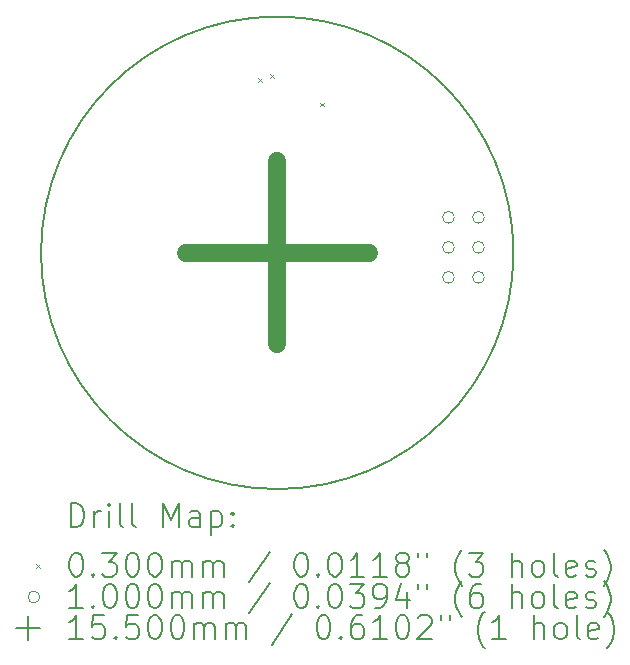
<source format=gbr>
%TF.GenerationSoftware,KiCad,Pcbnew,8.0.6*%
%TF.CreationDate,2025-02-12T14:20:04-05:00*%
%TF.ProjectId,module led hall,6d6f6475-6c65-4206-9c65-642068616c6c,rev?*%
%TF.SameCoordinates,Original*%
%TF.FileFunction,Drillmap*%
%TF.FilePolarity,Positive*%
%FSLAX45Y45*%
G04 Gerber Fmt 4.5, Leading zero omitted, Abs format (unit mm)*
G04 Created by KiCad (PCBNEW 8.0.6) date 2025-02-12 14:20:04*
%MOMM*%
%LPD*%
G01*
G04 APERTURE LIST*
%ADD10C,0.200000*%
%ADD11C,0.100000*%
%ADD12C,1.550000*%
G04 APERTURE END LIST*
D10*
X12000000Y-10000000D02*
G75*
G02*
X8000000Y-10000000I-2000000J0D01*
G01*
X8000000Y-10000000D02*
G75*
G02*
X12000000Y-10000000I2000000J0D01*
G01*
D11*
X9840000Y-8523000D02*
X9870000Y-8553000D01*
X9870000Y-8523000D02*
X9840000Y-8553000D01*
X9940000Y-8487000D02*
X9970000Y-8517000D01*
X9970000Y-8487000D02*
X9940000Y-8517000D01*
X10366000Y-8731000D02*
X10396000Y-8761000D01*
X10396000Y-8731000D02*
X10366000Y-8761000D01*
X11500000Y-9700000D02*
G75*
G02*
X11400000Y-9700000I-50000J0D01*
G01*
X11400000Y-9700000D02*
G75*
G02*
X11500000Y-9700000I50000J0D01*
G01*
X11500000Y-9954000D02*
G75*
G02*
X11400000Y-9954000I-50000J0D01*
G01*
X11400000Y-9954000D02*
G75*
G02*
X11500000Y-9954000I50000J0D01*
G01*
X11500000Y-10208000D02*
G75*
G02*
X11400000Y-10208000I-50000J0D01*
G01*
X11400000Y-10208000D02*
G75*
G02*
X11500000Y-10208000I50000J0D01*
G01*
X11754000Y-9700000D02*
G75*
G02*
X11654000Y-9700000I-50000J0D01*
G01*
X11654000Y-9700000D02*
G75*
G02*
X11754000Y-9700000I50000J0D01*
G01*
X11754000Y-9954000D02*
G75*
G02*
X11654000Y-9954000I-50000J0D01*
G01*
X11654000Y-9954000D02*
G75*
G02*
X11754000Y-9954000I50000J0D01*
G01*
X11754000Y-10208000D02*
G75*
G02*
X11654000Y-10208000I-50000J0D01*
G01*
X11654000Y-10208000D02*
G75*
G02*
X11754000Y-10208000I50000J0D01*
G01*
D12*
X10000000Y-9225000D02*
X10000000Y-10775000D01*
X9225000Y-10000000D02*
X10775000Y-10000000D01*
D10*
X8250777Y-12321484D02*
X8250777Y-12121484D01*
X8250777Y-12121484D02*
X8298396Y-12121484D01*
X8298396Y-12121484D02*
X8326967Y-12131008D01*
X8326967Y-12131008D02*
X8346015Y-12150055D01*
X8346015Y-12150055D02*
X8355539Y-12169103D01*
X8355539Y-12169103D02*
X8365062Y-12207198D01*
X8365062Y-12207198D02*
X8365062Y-12235769D01*
X8365062Y-12235769D02*
X8355539Y-12273865D01*
X8355539Y-12273865D02*
X8346015Y-12292912D01*
X8346015Y-12292912D02*
X8326967Y-12311960D01*
X8326967Y-12311960D02*
X8298396Y-12321484D01*
X8298396Y-12321484D02*
X8250777Y-12321484D01*
X8450777Y-12321484D02*
X8450777Y-12188150D01*
X8450777Y-12226246D02*
X8460301Y-12207198D01*
X8460301Y-12207198D02*
X8469824Y-12197674D01*
X8469824Y-12197674D02*
X8488872Y-12188150D01*
X8488872Y-12188150D02*
X8507920Y-12188150D01*
X8574586Y-12321484D02*
X8574586Y-12188150D01*
X8574586Y-12121484D02*
X8565063Y-12131008D01*
X8565063Y-12131008D02*
X8574586Y-12140531D01*
X8574586Y-12140531D02*
X8584110Y-12131008D01*
X8584110Y-12131008D02*
X8574586Y-12121484D01*
X8574586Y-12121484D02*
X8574586Y-12140531D01*
X8698396Y-12321484D02*
X8679348Y-12311960D01*
X8679348Y-12311960D02*
X8669824Y-12292912D01*
X8669824Y-12292912D02*
X8669824Y-12121484D01*
X8803158Y-12321484D02*
X8784110Y-12311960D01*
X8784110Y-12311960D02*
X8774586Y-12292912D01*
X8774586Y-12292912D02*
X8774586Y-12121484D01*
X9031729Y-12321484D02*
X9031729Y-12121484D01*
X9031729Y-12121484D02*
X9098396Y-12264341D01*
X9098396Y-12264341D02*
X9165063Y-12121484D01*
X9165063Y-12121484D02*
X9165063Y-12321484D01*
X9346015Y-12321484D02*
X9346015Y-12216722D01*
X9346015Y-12216722D02*
X9336491Y-12197674D01*
X9336491Y-12197674D02*
X9317444Y-12188150D01*
X9317444Y-12188150D02*
X9279348Y-12188150D01*
X9279348Y-12188150D02*
X9260301Y-12197674D01*
X9346015Y-12311960D02*
X9326967Y-12321484D01*
X9326967Y-12321484D02*
X9279348Y-12321484D01*
X9279348Y-12321484D02*
X9260301Y-12311960D01*
X9260301Y-12311960D02*
X9250777Y-12292912D01*
X9250777Y-12292912D02*
X9250777Y-12273865D01*
X9250777Y-12273865D02*
X9260301Y-12254817D01*
X9260301Y-12254817D02*
X9279348Y-12245293D01*
X9279348Y-12245293D02*
X9326967Y-12245293D01*
X9326967Y-12245293D02*
X9346015Y-12235769D01*
X9441253Y-12188150D02*
X9441253Y-12388150D01*
X9441253Y-12197674D02*
X9460301Y-12188150D01*
X9460301Y-12188150D02*
X9498396Y-12188150D01*
X9498396Y-12188150D02*
X9517444Y-12197674D01*
X9517444Y-12197674D02*
X9526967Y-12207198D01*
X9526967Y-12207198D02*
X9536491Y-12226246D01*
X9536491Y-12226246D02*
X9536491Y-12283388D01*
X9536491Y-12283388D02*
X9526967Y-12302436D01*
X9526967Y-12302436D02*
X9517444Y-12311960D01*
X9517444Y-12311960D02*
X9498396Y-12321484D01*
X9498396Y-12321484D02*
X9460301Y-12321484D01*
X9460301Y-12321484D02*
X9441253Y-12311960D01*
X9622205Y-12302436D02*
X9631729Y-12311960D01*
X9631729Y-12311960D02*
X9622205Y-12321484D01*
X9622205Y-12321484D02*
X9612682Y-12311960D01*
X9612682Y-12311960D02*
X9622205Y-12302436D01*
X9622205Y-12302436D02*
X9622205Y-12321484D01*
X9622205Y-12197674D02*
X9631729Y-12207198D01*
X9631729Y-12207198D02*
X9622205Y-12216722D01*
X9622205Y-12216722D02*
X9612682Y-12207198D01*
X9612682Y-12207198D02*
X9622205Y-12197674D01*
X9622205Y-12197674D02*
X9622205Y-12216722D01*
D11*
X7960000Y-12635000D02*
X7990000Y-12665000D01*
X7990000Y-12635000D02*
X7960000Y-12665000D01*
D10*
X8288872Y-12541484D02*
X8307920Y-12541484D01*
X8307920Y-12541484D02*
X8326967Y-12551008D01*
X8326967Y-12551008D02*
X8336491Y-12560531D01*
X8336491Y-12560531D02*
X8346015Y-12579579D01*
X8346015Y-12579579D02*
X8355539Y-12617674D01*
X8355539Y-12617674D02*
X8355539Y-12665293D01*
X8355539Y-12665293D02*
X8346015Y-12703388D01*
X8346015Y-12703388D02*
X8336491Y-12722436D01*
X8336491Y-12722436D02*
X8326967Y-12731960D01*
X8326967Y-12731960D02*
X8307920Y-12741484D01*
X8307920Y-12741484D02*
X8288872Y-12741484D01*
X8288872Y-12741484D02*
X8269824Y-12731960D01*
X8269824Y-12731960D02*
X8260301Y-12722436D01*
X8260301Y-12722436D02*
X8250777Y-12703388D01*
X8250777Y-12703388D02*
X8241253Y-12665293D01*
X8241253Y-12665293D02*
X8241253Y-12617674D01*
X8241253Y-12617674D02*
X8250777Y-12579579D01*
X8250777Y-12579579D02*
X8260301Y-12560531D01*
X8260301Y-12560531D02*
X8269824Y-12551008D01*
X8269824Y-12551008D02*
X8288872Y-12541484D01*
X8441253Y-12722436D02*
X8450777Y-12731960D01*
X8450777Y-12731960D02*
X8441253Y-12741484D01*
X8441253Y-12741484D02*
X8431729Y-12731960D01*
X8431729Y-12731960D02*
X8441253Y-12722436D01*
X8441253Y-12722436D02*
X8441253Y-12741484D01*
X8517444Y-12541484D02*
X8641253Y-12541484D01*
X8641253Y-12541484D02*
X8574586Y-12617674D01*
X8574586Y-12617674D02*
X8603158Y-12617674D01*
X8603158Y-12617674D02*
X8622205Y-12627198D01*
X8622205Y-12627198D02*
X8631729Y-12636722D01*
X8631729Y-12636722D02*
X8641253Y-12655769D01*
X8641253Y-12655769D02*
X8641253Y-12703388D01*
X8641253Y-12703388D02*
X8631729Y-12722436D01*
X8631729Y-12722436D02*
X8622205Y-12731960D01*
X8622205Y-12731960D02*
X8603158Y-12741484D01*
X8603158Y-12741484D02*
X8546015Y-12741484D01*
X8546015Y-12741484D02*
X8526967Y-12731960D01*
X8526967Y-12731960D02*
X8517444Y-12722436D01*
X8765063Y-12541484D02*
X8784110Y-12541484D01*
X8784110Y-12541484D02*
X8803158Y-12551008D01*
X8803158Y-12551008D02*
X8812682Y-12560531D01*
X8812682Y-12560531D02*
X8822205Y-12579579D01*
X8822205Y-12579579D02*
X8831729Y-12617674D01*
X8831729Y-12617674D02*
X8831729Y-12665293D01*
X8831729Y-12665293D02*
X8822205Y-12703388D01*
X8822205Y-12703388D02*
X8812682Y-12722436D01*
X8812682Y-12722436D02*
X8803158Y-12731960D01*
X8803158Y-12731960D02*
X8784110Y-12741484D01*
X8784110Y-12741484D02*
X8765063Y-12741484D01*
X8765063Y-12741484D02*
X8746015Y-12731960D01*
X8746015Y-12731960D02*
X8736491Y-12722436D01*
X8736491Y-12722436D02*
X8726967Y-12703388D01*
X8726967Y-12703388D02*
X8717444Y-12665293D01*
X8717444Y-12665293D02*
X8717444Y-12617674D01*
X8717444Y-12617674D02*
X8726967Y-12579579D01*
X8726967Y-12579579D02*
X8736491Y-12560531D01*
X8736491Y-12560531D02*
X8746015Y-12551008D01*
X8746015Y-12551008D02*
X8765063Y-12541484D01*
X8955539Y-12541484D02*
X8974586Y-12541484D01*
X8974586Y-12541484D02*
X8993634Y-12551008D01*
X8993634Y-12551008D02*
X9003158Y-12560531D01*
X9003158Y-12560531D02*
X9012682Y-12579579D01*
X9012682Y-12579579D02*
X9022205Y-12617674D01*
X9022205Y-12617674D02*
X9022205Y-12665293D01*
X9022205Y-12665293D02*
X9012682Y-12703388D01*
X9012682Y-12703388D02*
X9003158Y-12722436D01*
X9003158Y-12722436D02*
X8993634Y-12731960D01*
X8993634Y-12731960D02*
X8974586Y-12741484D01*
X8974586Y-12741484D02*
X8955539Y-12741484D01*
X8955539Y-12741484D02*
X8936491Y-12731960D01*
X8936491Y-12731960D02*
X8926967Y-12722436D01*
X8926967Y-12722436D02*
X8917444Y-12703388D01*
X8917444Y-12703388D02*
X8907920Y-12665293D01*
X8907920Y-12665293D02*
X8907920Y-12617674D01*
X8907920Y-12617674D02*
X8917444Y-12579579D01*
X8917444Y-12579579D02*
X8926967Y-12560531D01*
X8926967Y-12560531D02*
X8936491Y-12551008D01*
X8936491Y-12551008D02*
X8955539Y-12541484D01*
X9107920Y-12741484D02*
X9107920Y-12608150D01*
X9107920Y-12627198D02*
X9117444Y-12617674D01*
X9117444Y-12617674D02*
X9136491Y-12608150D01*
X9136491Y-12608150D02*
X9165063Y-12608150D01*
X9165063Y-12608150D02*
X9184110Y-12617674D01*
X9184110Y-12617674D02*
X9193634Y-12636722D01*
X9193634Y-12636722D02*
X9193634Y-12741484D01*
X9193634Y-12636722D02*
X9203158Y-12617674D01*
X9203158Y-12617674D02*
X9222205Y-12608150D01*
X9222205Y-12608150D02*
X9250777Y-12608150D01*
X9250777Y-12608150D02*
X9269825Y-12617674D01*
X9269825Y-12617674D02*
X9279348Y-12636722D01*
X9279348Y-12636722D02*
X9279348Y-12741484D01*
X9374586Y-12741484D02*
X9374586Y-12608150D01*
X9374586Y-12627198D02*
X9384110Y-12617674D01*
X9384110Y-12617674D02*
X9403158Y-12608150D01*
X9403158Y-12608150D02*
X9431729Y-12608150D01*
X9431729Y-12608150D02*
X9450777Y-12617674D01*
X9450777Y-12617674D02*
X9460301Y-12636722D01*
X9460301Y-12636722D02*
X9460301Y-12741484D01*
X9460301Y-12636722D02*
X9469825Y-12617674D01*
X9469825Y-12617674D02*
X9488872Y-12608150D01*
X9488872Y-12608150D02*
X9517444Y-12608150D01*
X9517444Y-12608150D02*
X9536491Y-12617674D01*
X9536491Y-12617674D02*
X9546015Y-12636722D01*
X9546015Y-12636722D02*
X9546015Y-12741484D01*
X9936491Y-12531960D02*
X9765063Y-12789103D01*
X10193634Y-12541484D02*
X10212682Y-12541484D01*
X10212682Y-12541484D02*
X10231729Y-12551008D01*
X10231729Y-12551008D02*
X10241253Y-12560531D01*
X10241253Y-12560531D02*
X10250777Y-12579579D01*
X10250777Y-12579579D02*
X10260301Y-12617674D01*
X10260301Y-12617674D02*
X10260301Y-12665293D01*
X10260301Y-12665293D02*
X10250777Y-12703388D01*
X10250777Y-12703388D02*
X10241253Y-12722436D01*
X10241253Y-12722436D02*
X10231729Y-12731960D01*
X10231729Y-12731960D02*
X10212682Y-12741484D01*
X10212682Y-12741484D02*
X10193634Y-12741484D01*
X10193634Y-12741484D02*
X10174587Y-12731960D01*
X10174587Y-12731960D02*
X10165063Y-12722436D01*
X10165063Y-12722436D02*
X10155539Y-12703388D01*
X10155539Y-12703388D02*
X10146015Y-12665293D01*
X10146015Y-12665293D02*
X10146015Y-12617674D01*
X10146015Y-12617674D02*
X10155539Y-12579579D01*
X10155539Y-12579579D02*
X10165063Y-12560531D01*
X10165063Y-12560531D02*
X10174587Y-12551008D01*
X10174587Y-12551008D02*
X10193634Y-12541484D01*
X10346015Y-12722436D02*
X10355539Y-12731960D01*
X10355539Y-12731960D02*
X10346015Y-12741484D01*
X10346015Y-12741484D02*
X10336491Y-12731960D01*
X10336491Y-12731960D02*
X10346015Y-12722436D01*
X10346015Y-12722436D02*
X10346015Y-12741484D01*
X10479348Y-12541484D02*
X10498396Y-12541484D01*
X10498396Y-12541484D02*
X10517444Y-12551008D01*
X10517444Y-12551008D02*
X10526968Y-12560531D01*
X10526968Y-12560531D02*
X10536491Y-12579579D01*
X10536491Y-12579579D02*
X10546015Y-12617674D01*
X10546015Y-12617674D02*
X10546015Y-12665293D01*
X10546015Y-12665293D02*
X10536491Y-12703388D01*
X10536491Y-12703388D02*
X10526968Y-12722436D01*
X10526968Y-12722436D02*
X10517444Y-12731960D01*
X10517444Y-12731960D02*
X10498396Y-12741484D01*
X10498396Y-12741484D02*
X10479348Y-12741484D01*
X10479348Y-12741484D02*
X10460301Y-12731960D01*
X10460301Y-12731960D02*
X10450777Y-12722436D01*
X10450777Y-12722436D02*
X10441253Y-12703388D01*
X10441253Y-12703388D02*
X10431729Y-12665293D01*
X10431729Y-12665293D02*
X10431729Y-12617674D01*
X10431729Y-12617674D02*
X10441253Y-12579579D01*
X10441253Y-12579579D02*
X10450777Y-12560531D01*
X10450777Y-12560531D02*
X10460301Y-12551008D01*
X10460301Y-12551008D02*
X10479348Y-12541484D01*
X10736491Y-12741484D02*
X10622206Y-12741484D01*
X10679348Y-12741484D02*
X10679348Y-12541484D01*
X10679348Y-12541484D02*
X10660301Y-12570055D01*
X10660301Y-12570055D02*
X10641253Y-12589103D01*
X10641253Y-12589103D02*
X10622206Y-12598627D01*
X10926968Y-12741484D02*
X10812682Y-12741484D01*
X10869825Y-12741484D02*
X10869825Y-12541484D01*
X10869825Y-12541484D02*
X10850777Y-12570055D01*
X10850777Y-12570055D02*
X10831729Y-12589103D01*
X10831729Y-12589103D02*
X10812682Y-12598627D01*
X11041253Y-12627198D02*
X11022206Y-12617674D01*
X11022206Y-12617674D02*
X11012682Y-12608150D01*
X11012682Y-12608150D02*
X11003158Y-12589103D01*
X11003158Y-12589103D02*
X11003158Y-12579579D01*
X11003158Y-12579579D02*
X11012682Y-12560531D01*
X11012682Y-12560531D02*
X11022206Y-12551008D01*
X11022206Y-12551008D02*
X11041253Y-12541484D01*
X11041253Y-12541484D02*
X11079349Y-12541484D01*
X11079349Y-12541484D02*
X11098396Y-12551008D01*
X11098396Y-12551008D02*
X11107920Y-12560531D01*
X11107920Y-12560531D02*
X11117444Y-12579579D01*
X11117444Y-12579579D02*
X11117444Y-12589103D01*
X11117444Y-12589103D02*
X11107920Y-12608150D01*
X11107920Y-12608150D02*
X11098396Y-12617674D01*
X11098396Y-12617674D02*
X11079349Y-12627198D01*
X11079349Y-12627198D02*
X11041253Y-12627198D01*
X11041253Y-12627198D02*
X11022206Y-12636722D01*
X11022206Y-12636722D02*
X11012682Y-12646246D01*
X11012682Y-12646246D02*
X11003158Y-12665293D01*
X11003158Y-12665293D02*
X11003158Y-12703388D01*
X11003158Y-12703388D02*
X11012682Y-12722436D01*
X11012682Y-12722436D02*
X11022206Y-12731960D01*
X11022206Y-12731960D02*
X11041253Y-12741484D01*
X11041253Y-12741484D02*
X11079349Y-12741484D01*
X11079349Y-12741484D02*
X11098396Y-12731960D01*
X11098396Y-12731960D02*
X11107920Y-12722436D01*
X11107920Y-12722436D02*
X11117444Y-12703388D01*
X11117444Y-12703388D02*
X11117444Y-12665293D01*
X11117444Y-12665293D02*
X11107920Y-12646246D01*
X11107920Y-12646246D02*
X11098396Y-12636722D01*
X11098396Y-12636722D02*
X11079349Y-12627198D01*
X11193634Y-12541484D02*
X11193634Y-12579579D01*
X11269825Y-12541484D02*
X11269825Y-12579579D01*
X11565063Y-12817674D02*
X11555539Y-12808150D01*
X11555539Y-12808150D02*
X11536491Y-12779579D01*
X11536491Y-12779579D02*
X11526968Y-12760531D01*
X11526968Y-12760531D02*
X11517444Y-12731960D01*
X11517444Y-12731960D02*
X11507920Y-12684341D01*
X11507920Y-12684341D02*
X11507920Y-12646246D01*
X11507920Y-12646246D02*
X11517444Y-12598627D01*
X11517444Y-12598627D02*
X11526968Y-12570055D01*
X11526968Y-12570055D02*
X11536491Y-12551008D01*
X11536491Y-12551008D02*
X11555539Y-12522436D01*
X11555539Y-12522436D02*
X11565063Y-12512912D01*
X11622206Y-12541484D02*
X11746015Y-12541484D01*
X11746015Y-12541484D02*
X11679348Y-12617674D01*
X11679348Y-12617674D02*
X11707920Y-12617674D01*
X11707920Y-12617674D02*
X11726968Y-12627198D01*
X11726968Y-12627198D02*
X11736491Y-12636722D01*
X11736491Y-12636722D02*
X11746015Y-12655769D01*
X11746015Y-12655769D02*
X11746015Y-12703388D01*
X11746015Y-12703388D02*
X11736491Y-12722436D01*
X11736491Y-12722436D02*
X11726968Y-12731960D01*
X11726968Y-12731960D02*
X11707920Y-12741484D01*
X11707920Y-12741484D02*
X11650777Y-12741484D01*
X11650777Y-12741484D02*
X11631729Y-12731960D01*
X11631729Y-12731960D02*
X11622206Y-12722436D01*
X11984110Y-12741484D02*
X11984110Y-12541484D01*
X12069825Y-12741484D02*
X12069825Y-12636722D01*
X12069825Y-12636722D02*
X12060301Y-12617674D01*
X12060301Y-12617674D02*
X12041253Y-12608150D01*
X12041253Y-12608150D02*
X12012682Y-12608150D01*
X12012682Y-12608150D02*
X11993634Y-12617674D01*
X11993634Y-12617674D02*
X11984110Y-12627198D01*
X12193634Y-12741484D02*
X12174587Y-12731960D01*
X12174587Y-12731960D02*
X12165063Y-12722436D01*
X12165063Y-12722436D02*
X12155539Y-12703388D01*
X12155539Y-12703388D02*
X12155539Y-12646246D01*
X12155539Y-12646246D02*
X12165063Y-12627198D01*
X12165063Y-12627198D02*
X12174587Y-12617674D01*
X12174587Y-12617674D02*
X12193634Y-12608150D01*
X12193634Y-12608150D02*
X12222206Y-12608150D01*
X12222206Y-12608150D02*
X12241253Y-12617674D01*
X12241253Y-12617674D02*
X12250777Y-12627198D01*
X12250777Y-12627198D02*
X12260301Y-12646246D01*
X12260301Y-12646246D02*
X12260301Y-12703388D01*
X12260301Y-12703388D02*
X12250777Y-12722436D01*
X12250777Y-12722436D02*
X12241253Y-12731960D01*
X12241253Y-12731960D02*
X12222206Y-12741484D01*
X12222206Y-12741484D02*
X12193634Y-12741484D01*
X12374587Y-12741484D02*
X12355539Y-12731960D01*
X12355539Y-12731960D02*
X12346015Y-12712912D01*
X12346015Y-12712912D02*
X12346015Y-12541484D01*
X12526968Y-12731960D02*
X12507920Y-12741484D01*
X12507920Y-12741484D02*
X12469825Y-12741484D01*
X12469825Y-12741484D02*
X12450777Y-12731960D01*
X12450777Y-12731960D02*
X12441253Y-12712912D01*
X12441253Y-12712912D02*
X12441253Y-12636722D01*
X12441253Y-12636722D02*
X12450777Y-12617674D01*
X12450777Y-12617674D02*
X12469825Y-12608150D01*
X12469825Y-12608150D02*
X12507920Y-12608150D01*
X12507920Y-12608150D02*
X12526968Y-12617674D01*
X12526968Y-12617674D02*
X12536491Y-12636722D01*
X12536491Y-12636722D02*
X12536491Y-12655769D01*
X12536491Y-12655769D02*
X12441253Y-12674817D01*
X12612682Y-12731960D02*
X12631730Y-12741484D01*
X12631730Y-12741484D02*
X12669825Y-12741484D01*
X12669825Y-12741484D02*
X12688872Y-12731960D01*
X12688872Y-12731960D02*
X12698396Y-12712912D01*
X12698396Y-12712912D02*
X12698396Y-12703388D01*
X12698396Y-12703388D02*
X12688872Y-12684341D01*
X12688872Y-12684341D02*
X12669825Y-12674817D01*
X12669825Y-12674817D02*
X12641253Y-12674817D01*
X12641253Y-12674817D02*
X12622206Y-12665293D01*
X12622206Y-12665293D02*
X12612682Y-12646246D01*
X12612682Y-12646246D02*
X12612682Y-12636722D01*
X12612682Y-12636722D02*
X12622206Y-12617674D01*
X12622206Y-12617674D02*
X12641253Y-12608150D01*
X12641253Y-12608150D02*
X12669825Y-12608150D01*
X12669825Y-12608150D02*
X12688872Y-12617674D01*
X12765063Y-12817674D02*
X12774587Y-12808150D01*
X12774587Y-12808150D02*
X12793634Y-12779579D01*
X12793634Y-12779579D02*
X12803158Y-12760531D01*
X12803158Y-12760531D02*
X12812682Y-12731960D01*
X12812682Y-12731960D02*
X12822206Y-12684341D01*
X12822206Y-12684341D02*
X12822206Y-12646246D01*
X12822206Y-12646246D02*
X12812682Y-12598627D01*
X12812682Y-12598627D02*
X12803158Y-12570055D01*
X12803158Y-12570055D02*
X12793634Y-12551008D01*
X12793634Y-12551008D02*
X12774587Y-12522436D01*
X12774587Y-12522436D02*
X12765063Y-12512912D01*
D11*
X7990000Y-12914000D02*
G75*
G02*
X7890000Y-12914000I-50000J0D01*
G01*
X7890000Y-12914000D02*
G75*
G02*
X7990000Y-12914000I50000J0D01*
G01*
D10*
X8355539Y-13005484D02*
X8241253Y-13005484D01*
X8298396Y-13005484D02*
X8298396Y-12805484D01*
X8298396Y-12805484D02*
X8279348Y-12834055D01*
X8279348Y-12834055D02*
X8260301Y-12853103D01*
X8260301Y-12853103D02*
X8241253Y-12862627D01*
X8441253Y-12986436D02*
X8450777Y-12995960D01*
X8450777Y-12995960D02*
X8441253Y-13005484D01*
X8441253Y-13005484D02*
X8431729Y-12995960D01*
X8431729Y-12995960D02*
X8441253Y-12986436D01*
X8441253Y-12986436D02*
X8441253Y-13005484D01*
X8574586Y-12805484D02*
X8593634Y-12805484D01*
X8593634Y-12805484D02*
X8612682Y-12815008D01*
X8612682Y-12815008D02*
X8622205Y-12824531D01*
X8622205Y-12824531D02*
X8631729Y-12843579D01*
X8631729Y-12843579D02*
X8641253Y-12881674D01*
X8641253Y-12881674D02*
X8641253Y-12929293D01*
X8641253Y-12929293D02*
X8631729Y-12967388D01*
X8631729Y-12967388D02*
X8622205Y-12986436D01*
X8622205Y-12986436D02*
X8612682Y-12995960D01*
X8612682Y-12995960D02*
X8593634Y-13005484D01*
X8593634Y-13005484D02*
X8574586Y-13005484D01*
X8574586Y-13005484D02*
X8555539Y-12995960D01*
X8555539Y-12995960D02*
X8546015Y-12986436D01*
X8546015Y-12986436D02*
X8536491Y-12967388D01*
X8536491Y-12967388D02*
X8526967Y-12929293D01*
X8526967Y-12929293D02*
X8526967Y-12881674D01*
X8526967Y-12881674D02*
X8536491Y-12843579D01*
X8536491Y-12843579D02*
X8546015Y-12824531D01*
X8546015Y-12824531D02*
X8555539Y-12815008D01*
X8555539Y-12815008D02*
X8574586Y-12805484D01*
X8765063Y-12805484D02*
X8784110Y-12805484D01*
X8784110Y-12805484D02*
X8803158Y-12815008D01*
X8803158Y-12815008D02*
X8812682Y-12824531D01*
X8812682Y-12824531D02*
X8822205Y-12843579D01*
X8822205Y-12843579D02*
X8831729Y-12881674D01*
X8831729Y-12881674D02*
X8831729Y-12929293D01*
X8831729Y-12929293D02*
X8822205Y-12967388D01*
X8822205Y-12967388D02*
X8812682Y-12986436D01*
X8812682Y-12986436D02*
X8803158Y-12995960D01*
X8803158Y-12995960D02*
X8784110Y-13005484D01*
X8784110Y-13005484D02*
X8765063Y-13005484D01*
X8765063Y-13005484D02*
X8746015Y-12995960D01*
X8746015Y-12995960D02*
X8736491Y-12986436D01*
X8736491Y-12986436D02*
X8726967Y-12967388D01*
X8726967Y-12967388D02*
X8717444Y-12929293D01*
X8717444Y-12929293D02*
X8717444Y-12881674D01*
X8717444Y-12881674D02*
X8726967Y-12843579D01*
X8726967Y-12843579D02*
X8736491Y-12824531D01*
X8736491Y-12824531D02*
X8746015Y-12815008D01*
X8746015Y-12815008D02*
X8765063Y-12805484D01*
X8955539Y-12805484D02*
X8974586Y-12805484D01*
X8974586Y-12805484D02*
X8993634Y-12815008D01*
X8993634Y-12815008D02*
X9003158Y-12824531D01*
X9003158Y-12824531D02*
X9012682Y-12843579D01*
X9012682Y-12843579D02*
X9022205Y-12881674D01*
X9022205Y-12881674D02*
X9022205Y-12929293D01*
X9022205Y-12929293D02*
X9012682Y-12967388D01*
X9012682Y-12967388D02*
X9003158Y-12986436D01*
X9003158Y-12986436D02*
X8993634Y-12995960D01*
X8993634Y-12995960D02*
X8974586Y-13005484D01*
X8974586Y-13005484D02*
X8955539Y-13005484D01*
X8955539Y-13005484D02*
X8936491Y-12995960D01*
X8936491Y-12995960D02*
X8926967Y-12986436D01*
X8926967Y-12986436D02*
X8917444Y-12967388D01*
X8917444Y-12967388D02*
X8907920Y-12929293D01*
X8907920Y-12929293D02*
X8907920Y-12881674D01*
X8907920Y-12881674D02*
X8917444Y-12843579D01*
X8917444Y-12843579D02*
X8926967Y-12824531D01*
X8926967Y-12824531D02*
X8936491Y-12815008D01*
X8936491Y-12815008D02*
X8955539Y-12805484D01*
X9107920Y-13005484D02*
X9107920Y-12872150D01*
X9107920Y-12891198D02*
X9117444Y-12881674D01*
X9117444Y-12881674D02*
X9136491Y-12872150D01*
X9136491Y-12872150D02*
X9165063Y-12872150D01*
X9165063Y-12872150D02*
X9184110Y-12881674D01*
X9184110Y-12881674D02*
X9193634Y-12900722D01*
X9193634Y-12900722D02*
X9193634Y-13005484D01*
X9193634Y-12900722D02*
X9203158Y-12881674D01*
X9203158Y-12881674D02*
X9222205Y-12872150D01*
X9222205Y-12872150D02*
X9250777Y-12872150D01*
X9250777Y-12872150D02*
X9269825Y-12881674D01*
X9269825Y-12881674D02*
X9279348Y-12900722D01*
X9279348Y-12900722D02*
X9279348Y-13005484D01*
X9374586Y-13005484D02*
X9374586Y-12872150D01*
X9374586Y-12891198D02*
X9384110Y-12881674D01*
X9384110Y-12881674D02*
X9403158Y-12872150D01*
X9403158Y-12872150D02*
X9431729Y-12872150D01*
X9431729Y-12872150D02*
X9450777Y-12881674D01*
X9450777Y-12881674D02*
X9460301Y-12900722D01*
X9460301Y-12900722D02*
X9460301Y-13005484D01*
X9460301Y-12900722D02*
X9469825Y-12881674D01*
X9469825Y-12881674D02*
X9488872Y-12872150D01*
X9488872Y-12872150D02*
X9517444Y-12872150D01*
X9517444Y-12872150D02*
X9536491Y-12881674D01*
X9536491Y-12881674D02*
X9546015Y-12900722D01*
X9546015Y-12900722D02*
X9546015Y-13005484D01*
X9936491Y-12795960D02*
X9765063Y-13053103D01*
X10193634Y-12805484D02*
X10212682Y-12805484D01*
X10212682Y-12805484D02*
X10231729Y-12815008D01*
X10231729Y-12815008D02*
X10241253Y-12824531D01*
X10241253Y-12824531D02*
X10250777Y-12843579D01*
X10250777Y-12843579D02*
X10260301Y-12881674D01*
X10260301Y-12881674D02*
X10260301Y-12929293D01*
X10260301Y-12929293D02*
X10250777Y-12967388D01*
X10250777Y-12967388D02*
X10241253Y-12986436D01*
X10241253Y-12986436D02*
X10231729Y-12995960D01*
X10231729Y-12995960D02*
X10212682Y-13005484D01*
X10212682Y-13005484D02*
X10193634Y-13005484D01*
X10193634Y-13005484D02*
X10174587Y-12995960D01*
X10174587Y-12995960D02*
X10165063Y-12986436D01*
X10165063Y-12986436D02*
X10155539Y-12967388D01*
X10155539Y-12967388D02*
X10146015Y-12929293D01*
X10146015Y-12929293D02*
X10146015Y-12881674D01*
X10146015Y-12881674D02*
X10155539Y-12843579D01*
X10155539Y-12843579D02*
X10165063Y-12824531D01*
X10165063Y-12824531D02*
X10174587Y-12815008D01*
X10174587Y-12815008D02*
X10193634Y-12805484D01*
X10346015Y-12986436D02*
X10355539Y-12995960D01*
X10355539Y-12995960D02*
X10346015Y-13005484D01*
X10346015Y-13005484D02*
X10336491Y-12995960D01*
X10336491Y-12995960D02*
X10346015Y-12986436D01*
X10346015Y-12986436D02*
X10346015Y-13005484D01*
X10479348Y-12805484D02*
X10498396Y-12805484D01*
X10498396Y-12805484D02*
X10517444Y-12815008D01*
X10517444Y-12815008D02*
X10526968Y-12824531D01*
X10526968Y-12824531D02*
X10536491Y-12843579D01*
X10536491Y-12843579D02*
X10546015Y-12881674D01*
X10546015Y-12881674D02*
X10546015Y-12929293D01*
X10546015Y-12929293D02*
X10536491Y-12967388D01*
X10536491Y-12967388D02*
X10526968Y-12986436D01*
X10526968Y-12986436D02*
X10517444Y-12995960D01*
X10517444Y-12995960D02*
X10498396Y-13005484D01*
X10498396Y-13005484D02*
X10479348Y-13005484D01*
X10479348Y-13005484D02*
X10460301Y-12995960D01*
X10460301Y-12995960D02*
X10450777Y-12986436D01*
X10450777Y-12986436D02*
X10441253Y-12967388D01*
X10441253Y-12967388D02*
X10431729Y-12929293D01*
X10431729Y-12929293D02*
X10431729Y-12881674D01*
X10431729Y-12881674D02*
X10441253Y-12843579D01*
X10441253Y-12843579D02*
X10450777Y-12824531D01*
X10450777Y-12824531D02*
X10460301Y-12815008D01*
X10460301Y-12815008D02*
X10479348Y-12805484D01*
X10612682Y-12805484D02*
X10736491Y-12805484D01*
X10736491Y-12805484D02*
X10669825Y-12881674D01*
X10669825Y-12881674D02*
X10698396Y-12881674D01*
X10698396Y-12881674D02*
X10717444Y-12891198D01*
X10717444Y-12891198D02*
X10726968Y-12900722D01*
X10726968Y-12900722D02*
X10736491Y-12919769D01*
X10736491Y-12919769D02*
X10736491Y-12967388D01*
X10736491Y-12967388D02*
X10726968Y-12986436D01*
X10726968Y-12986436D02*
X10717444Y-12995960D01*
X10717444Y-12995960D02*
X10698396Y-13005484D01*
X10698396Y-13005484D02*
X10641253Y-13005484D01*
X10641253Y-13005484D02*
X10622206Y-12995960D01*
X10622206Y-12995960D02*
X10612682Y-12986436D01*
X10831729Y-13005484D02*
X10869825Y-13005484D01*
X10869825Y-13005484D02*
X10888872Y-12995960D01*
X10888872Y-12995960D02*
X10898396Y-12986436D01*
X10898396Y-12986436D02*
X10917444Y-12957865D01*
X10917444Y-12957865D02*
X10926968Y-12919769D01*
X10926968Y-12919769D02*
X10926968Y-12843579D01*
X10926968Y-12843579D02*
X10917444Y-12824531D01*
X10917444Y-12824531D02*
X10907920Y-12815008D01*
X10907920Y-12815008D02*
X10888872Y-12805484D01*
X10888872Y-12805484D02*
X10850777Y-12805484D01*
X10850777Y-12805484D02*
X10831729Y-12815008D01*
X10831729Y-12815008D02*
X10822206Y-12824531D01*
X10822206Y-12824531D02*
X10812682Y-12843579D01*
X10812682Y-12843579D02*
X10812682Y-12891198D01*
X10812682Y-12891198D02*
X10822206Y-12910246D01*
X10822206Y-12910246D02*
X10831729Y-12919769D01*
X10831729Y-12919769D02*
X10850777Y-12929293D01*
X10850777Y-12929293D02*
X10888872Y-12929293D01*
X10888872Y-12929293D02*
X10907920Y-12919769D01*
X10907920Y-12919769D02*
X10917444Y-12910246D01*
X10917444Y-12910246D02*
X10926968Y-12891198D01*
X11098396Y-12872150D02*
X11098396Y-13005484D01*
X11050777Y-12795960D02*
X11003158Y-12938817D01*
X11003158Y-12938817D02*
X11126968Y-12938817D01*
X11193634Y-12805484D02*
X11193634Y-12843579D01*
X11269825Y-12805484D02*
X11269825Y-12843579D01*
X11565063Y-13081674D02*
X11555539Y-13072150D01*
X11555539Y-13072150D02*
X11536491Y-13043579D01*
X11536491Y-13043579D02*
X11526968Y-13024531D01*
X11526968Y-13024531D02*
X11517444Y-12995960D01*
X11517444Y-12995960D02*
X11507920Y-12948341D01*
X11507920Y-12948341D02*
X11507920Y-12910246D01*
X11507920Y-12910246D02*
X11517444Y-12862627D01*
X11517444Y-12862627D02*
X11526968Y-12834055D01*
X11526968Y-12834055D02*
X11536491Y-12815008D01*
X11536491Y-12815008D02*
X11555539Y-12786436D01*
X11555539Y-12786436D02*
X11565063Y-12776912D01*
X11726968Y-12805484D02*
X11688872Y-12805484D01*
X11688872Y-12805484D02*
X11669825Y-12815008D01*
X11669825Y-12815008D02*
X11660301Y-12824531D01*
X11660301Y-12824531D02*
X11641253Y-12853103D01*
X11641253Y-12853103D02*
X11631729Y-12891198D01*
X11631729Y-12891198D02*
X11631729Y-12967388D01*
X11631729Y-12967388D02*
X11641253Y-12986436D01*
X11641253Y-12986436D02*
X11650777Y-12995960D01*
X11650777Y-12995960D02*
X11669825Y-13005484D01*
X11669825Y-13005484D02*
X11707920Y-13005484D01*
X11707920Y-13005484D02*
X11726968Y-12995960D01*
X11726968Y-12995960D02*
X11736491Y-12986436D01*
X11736491Y-12986436D02*
X11746015Y-12967388D01*
X11746015Y-12967388D02*
X11746015Y-12919769D01*
X11746015Y-12919769D02*
X11736491Y-12900722D01*
X11736491Y-12900722D02*
X11726968Y-12891198D01*
X11726968Y-12891198D02*
X11707920Y-12881674D01*
X11707920Y-12881674D02*
X11669825Y-12881674D01*
X11669825Y-12881674D02*
X11650777Y-12891198D01*
X11650777Y-12891198D02*
X11641253Y-12900722D01*
X11641253Y-12900722D02*
X11631729Y-12919769D01*
X11984110Y-13005484D02*
X11984110Y-12805484D01*
X12069825Y-13005484D02*
X12069825Y-12900722D01*
X12069825Y-12900722D02*
X12060301Y-12881674D01*
X12060301Y-12881674D02*
X12041253Y-12872150D01*
X12041253Y-12872150D02*
X12012682Y-12872150D01*
X12012682Y-12872150D02*
X11993634Y-12881674D01*
X11993634Y-12881674D02*
X11984110Y-12891198D01*
X12193634Y-13005484D02*
X12174587Y-12995960D01*
X12174587Y-12995960D02*
X12165063Y-12986436D01*
X12165063Y-12986436D02*
X12155539Y-12967388D01*
X12155539Y-12967388D02*
X12155539Y-12910246D01*
X12155539Y-12910246D02*
X12165063Y-12891198D01*
X12165063Y-12891198D02*
X12174587Y-12881674D01*
X12174587Y-12881674D02*
X12193634Y-12872150D01*
X12193634Y-12872150D02*
X12222206Y-12872150D01*
X12222206Y-12872150D02*
X12241253Y-12881674D01*
X12241253Y-12881674D02*
X12250777Y-12891198D01*
X12250777Y-12891198D02*
X12260301Y-12910246D01*
X12260301Y-12910246D02*
X12260301Y-12967388D01*
X12260301Y-12967388D02*
X12250777Y-12986436D01*
X12250777Y-12986436D02*
X12241253Y-12995960D01*
X12241253Y-12995960D02*
X12222206Y-13005484D01*
X12222206Y-13005484D02*
X12193634Y-13005484D01*
X12374587Y-13005484D02*
X12355539Y-12995960D01*
X12355539Y-12995960D02*
X12346015Y-12976912D01*
X12346015Y-12976912D02*
X12346015Y-12805484D01*
X12526968Y-12995960D02*
X12507920Y-13005484D01*
X12507920Y-13005484D02*
X12469825Y-13005484D01*
X12469825Y-13005484D02*
X12450777Y-12995960D01*
X12450777Y-12995960D02*
X12441253Y-12976912D01*
X12441253Y-12976912D02*
X12441253Y-12900722D01*
X12441253Y-12900722D02*
X12450777Y-12881674D01*
X12450777Y-12881674D02*
X12469825Y-12872150D01*
X12469825Y-12872150D02*
X12507920Y-12872150D01*
X12507920Y-12872150D02*
X12526968Y-12881674D01*
X12526968Y-12881674D02*
X12536491Y-12900722D01*
X12536491Y-12900722D02*
X12536491Y-12919769D01*
X12536491Y-12919769D02*
X12441253Y-12938817D01*
X12612682Y-12995960D02*
X12631730Y-13005484D01*
X12631730Y-13005484D02*
X12669825Y-13005484D01*
X12669825Y-13005484D02*
X12688872Y-12995960D01*
X12688872Y-12995960D02*
X12698396Y-12976912D01*
X12698396Y-12976912D02*
X12698396Y-12967388D01*
X12698396Y-12967388D02*
X12688872Y-12948341D01*
X12688872Y-12948341D02*
X12669825Y-12938817D01*
X12669825Y-12938817D02*
X12641253Y-12938817D01*
X12641253Y-12938817D02*
X12622206Y-12929293D01*
X12622206Y-12929293D02*
X12612682Y-12910246D01*
X12612682Y-12910246D02*
X12612682Y-12900722D01*
X12612682Y-12900722D02*
X12622206Y-12881674D01*
X12622206Y-12881674D02*
X12641253Y-12872150D01*
X12641253Y-12872150D02*
X12669825Y-12872150D01*
X12669825Y-12872150D02*
X12688872Y-12881674D01*
X12765063Y-13081674D02*
X12774587Y-13072150D01*
X12774587Y-13072150D02*
X12793634Y-13043579D01*
X12793634Y-13043579D02*
X12803158Y-13024531D01*
X12803158Y-13024531D02*
X12812682Y-12995960D01*
X12812682Y-12995960D02*
X12822206Y-12948341D01*
X12822206Y-12948341D02*
X12822206Y-12910246D01*
X12822206Y-12910246D02*
X12812682Y-12862627D01*
X12812682Y-12862627D02*
X12803158Y-12834055D01*
X12803158Y-12834055D02*
X12793634Y-12815008D01*
X12793634Y-12815008D02*
X12774587Y-12786436D01*
X12774587Y-12786436D02*
X12765063Y-12776912D01*
X7890000Y-13078000D02*
X7890000Y-13278000D01*
X7790000Y-13178000D02*
X7990000Y-13178000D01*
X8355539Y-13269484D02*
X8241253Y-13269484D01*
X8298396Y-13269484D02*
X8298396Y-13069484D01*
X8298396Y-13069484D02*
X8279348Y-13098055D01*
X8279348Y-13098055D02*
X8260301Y-13117103D01*
X8260301Y-13117103D02*
X8241253Y-13126627D01*
X8536491Y-13069484D02*
X8441253Y-13069484D01*
X8441253Y-13069484D02*
X8431729Y-13164722D01*
X8431729Y-13164722D02*
X8441253Y-13155198D01*
X8441253Y-13155198D02*
X8460301Y-13145674D01*
X8460301Y-13145674D02*
X8507920Y-13145674D01*
X8507920Y-13145674D02*
X8526967Y-13155198D01*
X8526967Y-13155198D02*
X8536491Y-13164722D01*
X8536491Y-13164722D02*
X8546015Y-13183769D01*
X8546015Y-13183769D02*
X8546015Y-13231388D01*
X8546015Y-13231388D02*
X8536491Y-13250436D01*
X8536491Y-13250436D02*
X8526967Y-13259960D01*
X8526967Y-13259960D02*
X8507920Y-13269484D01*
X8507920Y-13269484D02*
X8460301Y-13269484D01*
X8460301Y-13269484D02*
X8441253Y-13259960D01*
X8441253Y-13259960D02*
X8431729Y-13250436D01*
X8631729Y-13250436D02*
X8641253Y-13259960D01*
X8641253Y-13259960D02*
X8631729Y-13269484D01*
X8631729Y-13269484D02*
X8622205Y-13259960D01*
X8622205Y-13259960D02*
X8631729Y-13250436D01*
X8631729Y-13250436D02*
X8631729Y-13269484D01*
X8822205Y-13069484D02*
X8726967Y-13069484D01*
X8726967Y-13069484D02*
X8717444Y-13164722D01*
X8717444Y-13164722D02*
X8726967Y-13155198D01*
X8726967Y-13155198D02*
X8746015Y-13145674D01*
X8746015Y-13145674D02*
X8793634Y-13145674D01*
X8793634Y-13145674D02*
X8812682Y-13155198D01*
X8812682Y-13155198D02*
X8822205Y-13164722D01*
X8822205Y-13164722D02*
X8831729Y-13183769D01*
X8831729Y-13183769D02*
X8831729Y-13231388D01*
X8831729Y-13231388D02*
X8822205Y-13250436D01*
X8822205Y-13250436D02*
X8812682Y-13259960D01*
X8812682Y-13259960D02*
X8793634Y-13269484D01*
X8793634Y-13269484D02*
X8746015Y-13269484D01*
X8746015Y-13269484D02*
X8726967Y-13259960D01*
X8726967Y-13259960D02*
X8717444Y-13250436D01*
X8955539Y-13069484D02*
X8974586Y-13069484D01*
X8974586Y-13069484D02*
X8993634Y-13079008D01*
X8993634Y-13079008D02*
X9003158Y-13088531D01*
X9003158Y-13088531D02*
X9012682Y-13107579D01*
X9012682Y-13107579D02*
X9022205Y-13145674D01*
X9022205Y-13145674D02*
X9022205Y-13193293D01*
X9022205Y-13193293D02*
X9012682Y-13231388D01*
X9012682Y-13231388D02*
X9003158Y-13250436D01*
X9003158Y-13250436D02*
X8993634Y-13259960D01*
X8993634Y-13259960D02*
X8974586Y-13269484D01*
X8974586Y-13269484D02*
X8955539Y-13269484D01*
X8955539Y-13269484D02*
X8936491Y-13259960D01*
X8936491Y-13259960D02*
X8926967Y-13250436D01*
X8926967Y-13250436D02*
X8917444Y-13231388D01*
X8917444Y-13231388D02*
X8907920Y-13193293D01*
X8907920Y-13193293D02*
X8907920Y-13145674D01*
X8907920Y-13145674D02*
X8917444Y-13107579D01*
X8917444Y-13107579D02*
X8926967Y-13088531D01*
X8926967Y-13088531D02*
X8936491Y-13079008D01*
X8936491Y-13079008D02*
X8955539Y-13069484D01*
X9146015Y-13069484D02*
X9165063Y-13069484D01*
X9165063Y-13069484D02*
X9184110Y-13079008D01*
X9184110Y-13079008D02*
X9193634Y-13088531D01*
X9193634Y-13088531D02*
X9203158Y-13107579D01*
X9203158Y-13107579D02*
X9212682Y-13145674D01*
X9212682Y-13145674D02*
X9212682Y-13193293D01*
X9212682Y-13193293D02*
X9203158Y-13231388D01*
X9203158Y-13231388D02*
X9193634Y-13250436D01*
X9193634Y-13250436D02*
X9184110Y-13259960D01*
X9184110Y-13259960D02*
X9165063Y-13269484D01*
X9165063Y-13269484D02*
X9146015Y-13269484D01*
X9146015Y-13269484D02*
X9126967Y-13259960D01*
X9126967Y-13259960D02*
X9117444Y-13250436D01*
X9117444Y-13250436D02*
X9107920Y-13231388D01*
X9107920Y-13231388D02*
X9098396Y-13193293D01*
X9098396Y-13193293D02*
X9098396Y-13145674D01*
X9098396Y-13145674D02*
X9107920Y-13107579D01*
X9107920Y-13107579D02*
X9117444Y-13088531D01*
X9117444Y-13088531D02*
X9126967Y-13079008D01*
X9126967Y-13079008D02*
X9146015Y-13069484D01*
X9298396Y-13269484D02*
X9298396Y-13136150D01*
X9298396Y-13155198D02*
X9307920Y-13145674D01*
X9307920Y-13145674D02*
X9326967Y-13136150D01*
X9326967Y-13136150D02*
X9355539Y-13136150D01*
X9355539Y-13136150D02*
X9374586Y-13145674D01*
X9374586Y-13145674D02*
X9384110Y-13164722D01*
X9384110Y-13164722D02*
X9384110Y-13269484D01*
X9384110Y-13164722D02*
X9393634Y-13145674D01*
X9393634Y-13145674D02*
X9412682Y-13136150D01*
X9412682Y-13136150D02*
X9441253Y-13136150D01*
X9441253Y-13136150D02*
X9460301Y-13145674D01*
X9460301Y-13145674D02*
X9469825Y-13164722D01*
X9469825Y-13164722D02*
X9469825Y-13269484D01*
X9565063Y-13269484D02*
X9565063Y-13136150D01*
X9565063Y-13155198D02*
X9574586Y-13145674D01*
X9574586Y-13145674D02*
X9593634Y-13136150D01*
X9593634Y-13136150D02*
X9622206Y-13136150D01*
X9622206Y-13136150D02*
X9641253Y-13145674D01*
X9641253Y-13145674D02*
X9650777Y-13164722D01*
X9650777Y-13164722D02*
X9650777Y-13269484D01*
X9650777Y-13164722D02*
X9660301Y-13145674D01*
X9660301Y-13145674D02*
X9679348Y-13136150D01*
X9679348Y-13136150D02*
X9707920Y-13136150D01*
X9707920Y-13136150D02*
X9726967Y-13145674D01*
X9726967Y-13145674D02*
X9736491Y-13164722D01*
X9736491Y-13164722D02*
X9736491Y-13269484D01*
X10126967Y-13059960D02*
X9955539Y-13317103D01*
X10384110Y-13069484D02*
X10403158Y-13069484D01*
X10403158Y-13069484D02*
X10422206Y-13079008D01*
X10422206Y-13079008D02*
X10431729Y-13088531D01*
X10431729Y-13088531D02*
X10441253Y-13107579D01*
X10441253Y-13107579D02*
X10450777Y-13145674D01*
X10450777Y-13145674D02*
X10450777Y-13193293D01*
X10450777Y-13193293D02*
X10441253Y-13231388D01*
X10441253Y-13231388D02*
X10431729Y-13250436D01*
X10431729Y-13250436D02*
X10422206Y-13259960D01*
X10422206Y-13259960D02*
X10403158Y-13269484D01*
X10403158Y-13269484D02*
X10384110Y-13269484D01*
X10384110Y-13269484D02*
X10365063Y-13259960D01*
X10365063Y-13259960D02*
X10355539Y-13250436D01*
X10355539Y-13250436D02*
X10346015Y-13231388D01*
X10346015Y-13231388D02*
X10336491Y-13193293D01*
X10336491Y-13193293D02*
X10336491Y-13145674D01*
X10336491Y-13145674D02*
X10346015Y-13107579D01*
X10346015Y-13107579D02*
X10355539Y-13088531D01*
X10355539Y-13088531D02*
X10365063Y-13079008D01*
X10365063Y-13079008D02*
X10384110Y-13069484D01*
X10536491Y-13250436D02*
X10546015Y-13259960D01*
X10546015Y-13259960D02*
X10536491Y-13269484D01*
X10536491Y-13269484D02*
X10526968Y-13259960D01*
X10526968Y-13259960D02*
X10536491Y-13250436D01*
X10536491Y-13250436D02*
X10536491Y-13269484D01*
X10717444Y-13069484D02*
X10679348Y-13069484D01*
X10679348Y-13069484D02*
X10660301Y-13079008D01*
X10660301Y-13079008D02*
X10650777Y-13088531D01*
X10650777Y-13088531D02*
X10631729Y-13117103D01*
X10631729Y-13117103D02*
X10622206Y-13155198D01*
X10622206Y-13155198D02*
X10622206Y-13231388D01*
X10622206Y-13231388D02*
X10631729Y-13250436D01*
X10631729Y-13250436D02*
X10641253Y-13259960D01*
X10641253Y-13259960D02*
X10660301Y-13269484D01*
X10660301Y-13269484D02*
X10698396Y-13269484D01*
X10698396Y-13269484D02*
X10717444Y-13259960D01*
X10717444Y-13259960D02*
X10726968Y-13250436D01*
X10726968Y-13250436D02*
X10736491Y-13231388D01*
X10736491Y-13231388D02*
X10736491Y-13183769D01*
X10736491Y-13183769D02*
X10726968Y-13164722D01*
X10726968Y-13164722D02*
X10717444Y-13155198D01*
X10717444Y-13155198D02*
X10698396Y-13145674D01*
X10698396Y-13145674D02*
X10660301Y-13145674D01*
X10660301Y-13145674D02*
X10641253Y-13155198D01*
X10641253Y-13155198D02*
X10631729Y-13164722D01*
X10631729Y-13164722D02*
X10622206Y-13183769D01*
X10926968Y-13269484D02*
X10812682Y-13269484D01*
X10869825Y-13269484D02*
X10869825Y-13069484D01*
X10869825Y-13069484D02*
X10850777Y-13098055D01*
X10850777Y-13098055D02*
X10831729Y-13117103D01*
X10831729Y-13117103D02*
X10812682Y-13126627D01*
X11050777Y-13069484D02*
X11069825Y-13069484D01*
X11069825Y-13069484D02*
X11088872Y-13079008D01*
X11088872Y-13079008D02*
X11098396Y-13088531D01*
X11098396Y-13088531D02*
X11107920Y-13107579D01*
X11107920Y-13107579D02*
X11117444Y-13145674D01*
X11117444Y-13145674D02*
X11117444Y-13193293D01*
X11117444Y-13193293D02*
X11107920Y-13231388D01*
X11107920Y-13231388D02*
X11098396Y-13250436D01*
X11098396Y-13250436D02*
X11088872Y-13259960D01*
X11088872Y-13259960D02*
X11069825Y-13269484D01*
X11069825Y-13269484D02*
X11050777Y-13269484D01*
X11050777Y-13269484D02*
X11031729Y-13259960D01*
X11031729Y-13259960D02*
X11022206Y-13250436D01*
X11022206Y-13250436D02*
X11012682Y-13231388D01*
X11012682Y-13231388D02*
X11003158Y-13193293D01*
X11003158Y-13193293D02*
X11003158Y-13145674D01*
X11003158Y-13145674D02*
X11012682Y-13107579D01*
X11012682Y-13107579D02*
X11022206Y-13088531D01*
X11022206Y-13088531D02*
X11031729Y-13079008D01*
X11031729Y-13079008D02*
X11050777Y-13069484D01*
X11193634Y-13088531D02*
X11203158Y-13079008D01*
X11203158Y-13079008D02*
X11222206Y-13069484D01*
X11222206Y-13069484D02*
X11269825Y-13069484D01*
X11269825Y-13069484D02*
X11288872Y-13079008D01*
X11288872Y-13079008D02*
X11298396Y-13088531D01*
X11298396Y-13088531D02*
X11307920Y-13107579D01*
X11307920Y-13107579D02*
X11307920Y-13126627D01*
X11307920Y-13126627D02*
X11298396Y-13155198D01*
X11298396Y-13155198D02*
X11184110Y-13269484D01*
X11184110Y-13269484D02*
X11307920Y-13269484D01*
X11384110Y-13069484D02*
X11384110Y-13107579D01*
X11460301Y-13069484D02*
X11460301Y-13107579D01*
X11755539Y-13345674D02*
X11746015Y-13336150D01*
X11746015Y-13336150D02*
X11726968Y-13307579D01*
X11726968Y-13307579D02*
X11717444Y-13288531D01*
X11717444Y-13288531D02*
X11707920Y-13259960D01*
X11707920Y-13259960D02*
X11698396Y-13212341D01*
X11698396Y-13212341D02*
X11698396Y-13174246D01*
X11698396Y-13174246D02*
X11707920Y-13126627D01*
X11707920Y-13126627D02*
X11717444Y-13098055D01*
X11717444Y-13098055D02*
X11726968Y-13079008D01*
X11726968Y-13079008D02*
X11746015Y-13050436D01*
X11746015Y-13050436D02*
X11755539Y-13040912D01*
X11936491Y-13269484D02*
X11822206Y-13269484D01*
X11879348Y-13269484D02*
X11879348Y-13069484D01*
X11879348Y-13069484D02*
X11860301Y-13098055D01*
X11860301Y-13098055D02*
X11841253Y-13117103D01*
X11841253Y-13117103D02*
X11822206Y-13126627D01*
X12174587Y-13269484D02*
X12174587Y-13069484D01*
X12260301Y-13269484D02*
X12260301Y-13164722D01*
X12260301Y-13164722D02*
X12250777Y-13145674D01*
X12250777Y-13145674D02*
X12231730Y-13136150D01*
X12231730Y-13136150D02*
X12203158Y-13136150D01*
X12203158Y-13136150D02*
X12184110Y-13145674D01*
X12184110Y-13145674D02*
X12174587Y-13155198D01*
X12384110Y-13269484D02*
X12365063Y-13259960D01*
X12365063Y-13259960D02*
X12355539Y-13250436D01*
X12355539Y-13250436D02*
X12346015Y-13231388D01*
X12346015Y-13231388D02*
X12346015Y-13174246D01*
X12346015Y-13174246D02*
X12355539Y-13155198D01*
X12355539Y-13155198D02*
X12365063Y-13145674D01*
X12365063Y-13145674D02*
X12384110Y-13136150D01*
X12384110Y-13136150D02*
X12412682Y-13136150D01*
X12412682Y-13136150D02*
X12431730Y-13145674D01*
X12431730Y-13145674D02*
X12441253Y-13155198D01*
X12441253Y-13155198D02*
X12450777Y-13174246D01*
X12450777Y-13174246D02*
X12450777Y-13231388D01*
X12450777Y-13231388D02*
X12441253Y-13250436D01*
X12441253Y-13250436D02*
X12431730Y-13259960D01*
X12431730Y-13259960D02*
X12412682Y-13269484D01*
X12412682Y-13269484D02*
X12384110Y-13269484D01*
X12565063Y-13269484D02*
X12546015Y-13259960D01*
X12546015Y-13259960D02*
X12536491Y-13240912D01*
X12536491Y-13240912D02*
X12536491Y-13069484D01*
X12717444Y-13259960D02*
X12698396Y-13269484D01*
X12698396Y-13269484D02*
X12660301Y-13269484D01*
X12660301Y-13269484D02*
X12641253Y-13259960D01*
X12641253Y-13259960D02*
X12631730Y-13240912D01*
X12631730Y-13240912D02*
X12631730Y-13164722D01*
X12631730Y-13164722D02*
X12641253Y-13145674D01*
X12641253Y-13145674D02*
X12660301Y-13136150D01*
X12660301Y-13136150D02*
X12698396Y-13136150D01*
X12698396Y-13136150D02*
X12717444Y-13145674D01*
X12717444Y-13145674D02*
X12726968Y-13164722D01*
X12726968Y-13164722D02*
X12726968Y-13183769D01*
X12726968Y-13183769D02*
X12631730Y-13202817D01*
X12793634Y-13345674D02*
X12803158Y-13336150D01*
X12803158Y-13336150D02*
X12822206Y-13307579D01*
X12822206Y-13307579D02*
X12831730Y-13288531D01*
X12831730Y-13288531D02*
X12841253Y-13259960D01*
X12841253Y-13259960D02*
X12850777Y-13212341D01*
X12850777Y-13212341D02*
X12850777Y-13174246D01*
X12850777Y-13174246D02*
X12841253Y-13126627D01*
X12841253Y-13126627D02*
X12831730Y-13098055D01*
X12831730Y-13098055D02*
X12822206Y-13079008D01*
X12822206Y-13079008D02*
X12803158Y-13050436D01*
X12803158Y-13050436D02*
X12793634Y-13040912D01*
M02*

</source>
